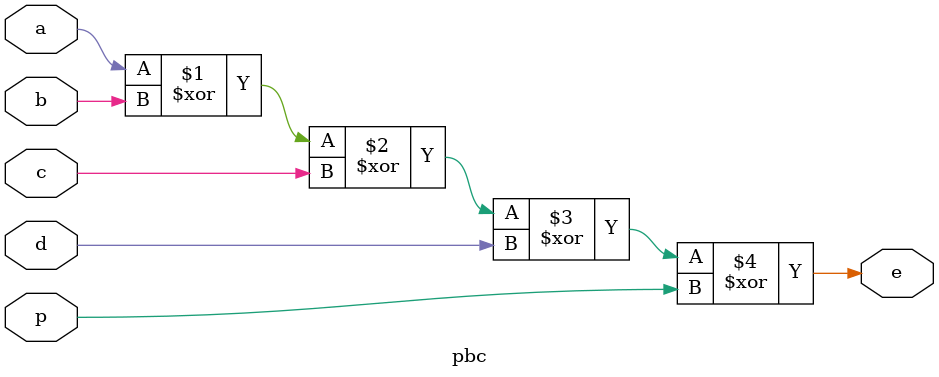
<source format=v>
`timescale 1ns / 1ps


module pbc(
input a,b,c,d,p,
output e

    );
    assign e = a^b^c^d^p;
endmodule

</source>
